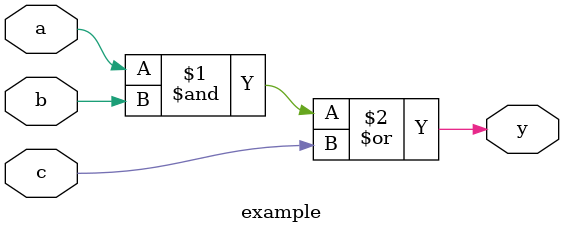
<source format=v>
module example(input a, input b, input c, output y);
  assign y = (a & b) | c;
endmodule

</source>
